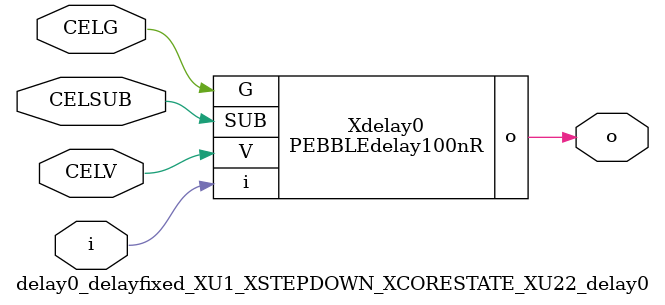
<source format=v>



module PEBBLEdelay100nR ( o, V, G, i, SUB );

  input V;
  input i;
  input G;
  output o;
  input SUB;
endmodule

//Celera Confidential Do Not Copy delay0_delayfixed_XU1_XSTEPDOWN_XCORESTATE_XU22_delay0
//TYPE: fixed 100ns
module delay0_delayfixed_XU1_XSTEPDOWN_XCORESTATE_XU22_delay0 (i, CELV, o,
CELG,CELSUB);
input CELV;
input i;
output o;
input CELSUB;
input CELG;

//Celera Confidential Do Not Copy delayfast0
PEBBLEdelay100nR Xdelay0(
.V (CELV),
.i (i),
.o (o),
.G (CELG),
.SUB (CELSUB)
);
//,diesize,PEBBLEdelay100nR

//Celera Confidential Do Not Copy Module End
//Celera Schematic Generator
endmodule

</source>
